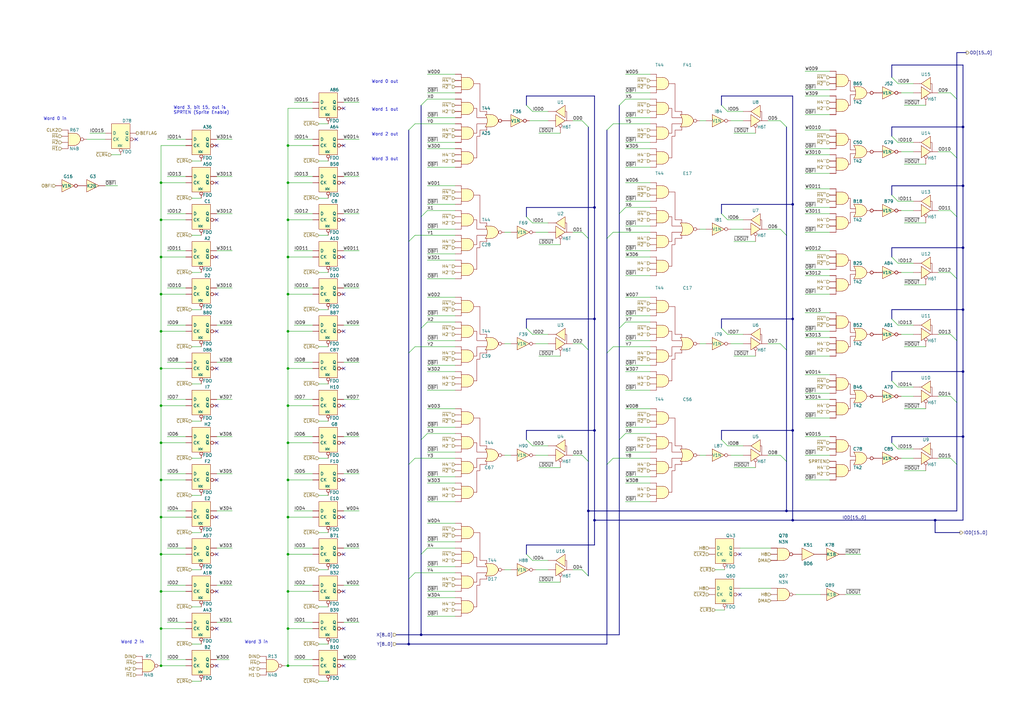
<source format=kicad_sch>
(kicad_sch (version 20231120) (generator "eeschema") (generator_version "8.0")
  (paper "A3")
  (title_block (title "Konami 007784") (date "2023-10-23"))
  (junction (at 66.04 181.61))
  (junction (at 394.97 127))
  (junction (at 243.84 85.09))
  (junction (at 394.97 76.2))
  (junction (at 118.11 166.37))
  (junction (at 66.04 242.57))
  (junction (at 383.54 213.36))
  (junction (at 322.58 209.55))
  (junction (at 118.11 105.41))
  (junction (at 241.3 209.55))
  (junction (at 66.04 257.81))
  (junction (at 66.04 212.09))
  (junction (at 394.97 152.4))
  (junction (at 66.04 196.85))
  (junction (at 243.84 130.81))
  (junction (at 325.12 130.81))
  (junction (at 66.04 90.17))
  (junction (at 394.97 52.07))
  (junction (at 325.12 213.36))
  (junction (at 118.11 242.57))
  (junction (at 243.84 213.36))
  (junction (at 118.11 74.93))
  (junction (at 118.11 273.05))
  (junction (at 118.11 196.85))
  (junction (at 66.04 227.33))
  (junction (at 118.11 212.09))
  (junction (at 118.11 227.33))
  (junction (at 394.97 101.6))
  (junction (at 66.04 135.89))
  (junction (at 118.11 120.65))
  (junction (at 66.04 166.37))
  (junction (at 394.97 179.07))
  (junction (at 325.12 176.53))
  (junction (at 243.84 176.53))
  (junction (at 66.04 74.93))
  (junction (at 66.04 105.41))
  (junction (at 172.72 260.35))
  (junction (at 118.11 257.81))
  (junction (at 118.11 151.13))
  (junction (at 118.11 135.89))
  (junction (at 167.64 264.16))
  (junction (at 66.04 151.13))
  (junction (at 66.04 120.65))
  (junction (at 118.11 90.17))
  (junction (at 66.04 273.05))
  (junction (at 325.12 83.82))
  (junction (at 118.11 181.61))
  (junction (at 118.11 59.69))
  (no_connect (at 140.97 242.57))
  (no_connect (at 140.97 44.45))
  (no_connect (at 88.9 196.85))
  (no_connect (at 140.97 120.65))
  (no_connect (at 88.9 59.69))
  (no_connect (at 88.9 212.09))
  (no_connect (at 140.97 74.93))
  (no_connect (at 88.9 181.61))
  (no_connect (at 88.9 135.89))
  (no_connect (at 140.97 135.89))
  (no_connect (at 140.97 212.09))
  (no_connect (at 88.9 105.41))
  (no_connect (at 303.53 243.84))
  (no_connect (at 140.97 181.61))
  (no_connect (at 88.9 257.81))
  (no_connect (at 88.9 273.05))
  (no_connect (at 140.97 166.37))
  (no_connect (at 88.9 74.93))
  (no_connect (at 88.9 227.33))
  (no_connect (at 140.97 59.69))
  (no_connect (at 55.88 57.15))
  (no_connect (at 140.97 90.17))
  (no_connect (at 140.97 151.13))
  (no_connect (at 140.97 273.05))
  (no_connect (at 140.97 196.85))
  (no_connect (at 88.9 90.17))
  (no_connect (at 88.9 166.37))
  (no_connect (at 303.53 227.33))
  (no_connect (at 140.97 227.33))
  (no_connect (at 88.9 242.57))
  (no_connect (at 140.97 257.81))
  (no_connect (at 140.97 105.41))
  (no_connect (at 88.9 151.13))
  (no_connect (at 88.9 120.65))
  (bus_entry (at 295.91 134.62) (size 2.54 2.54))
  (bus_entry (at 238.76 95.25) (size 2.54 2.54))
  (bus_entry (at 365.76 31.75) (size 2.54 2.54))
  (bus_entry (at 172.72 88.9) (size 2.54 -2.54))
  (bus_entry (at 167.64 53.34) (size 2.54 -2.54))
  (bus_entry (at 167.64 99.06) (size 2.54 -2.54))
  (bus_entry (at 172.72 227.33) (size 2.54 -2.54))
  (bus_entry (at 167.64 237.49) (size 2.54 -2.54))
  (bus_entry (at 295.91 87.63) (size 2.54 2.54))
  (bus_entry (at 389.89 62.23) (size 2.54 2.54))
  (bus_entry (at 389.89 187.96) (size 2.54 2.54))
  (bus_entry (at 320.04 49.53) (size 2.54 2.54))
  (bus_entry (at 167.64 190.5) (size 2.54 -2.54))
  (bus_entry (at 172.72 134.62) (size 2.54 -2.54))
  (bus_entry (at 389.89 162.56) (size 2.54 2.54))
  (bus_entry (at 389.89 111.76) (size 2.54 2.54))
  (bus_entry (at 295.91 43.18) (size 2.54 2.54))
  (bus_entry (at 389.89 137.16) (size 2.54 2.54))
  (bus_entry (at 167.64 144.78) (size 2.54 -2.54))
  (bus_entry (at 172.72 180.34) (size 2.54 -2.54))
  (bus_entry (at 365.76 80.01) (size 2.54 2.54))
  (bus_entry (at 248.92 97.79) (size 2.54 -2.54))
  (bus_entry (at 215.9 43.18) (size 2.54 2.54))
  (bus_entry (at 215.9 134.62) (size 2.54 2.54))
  (bus_entry (at 238.76 233.68) (size 2.54 2.54))
  (bus_entry (at 389.89 86.36) (size 2.54 2.54))
  (bus_entry (at 215.9 180.34) (size 2.54 2.54))
  (bus_entry (at 248.92 53.34) (size 2.54 -2.54))
  (bus_entry (at 238.76 186.69) (size 2.54 2.54))
  (bus_entry (at 365.76 55.88) (size 2.54 2.54))
  (bus_entry (at 295.91 180.34) (size 2.54 2.54))
  (bus_entry (at 215.9 227.33) (size 2.54 2.54))
  (bus_entry (at 365.76 130.81) (size 2.54 2.54))
  (bus_entry (at 238.76 49.53) (size 2.54 2.54))
  (bus_entry (at 238.76 140.97) (size 2.54 2.54))
  (bus_entry (at 254 134.62) (size 2.54 -2.54))
  (bus_entry (at 215.9 88.9) (size 2.54 2.54))
  (bus_entry (at 254 180.34) (size 2.54 -2.54))
  (bus_entry (at 248.92 190.5) (size 2.54 -2.54))
  (bus_entry (at 365.76 156.21) (size 2.54 2.54))
  (bus_entry (at 172.72 43.18) (size 2.54 -2.54))
  (bus_entry (at 365.76 105.41) (size 2.54 2.54))
  (bus_entry (at 254 87.63) (size 2.54 -2.54))
  (bus_entry (at 365.76 181.61) (size 2.54 2.54))
  (bus_entry (at 320.04 93.98) (size 2.54 2.54))
  (bus_entry (at 389.89 38.1) (size 2.54 2.54))
  (bus_entry (at 320.04 140.97) (size 2.54 2.54))
  (bus_entry (at 320.04 186.69) (size 2.54 2.54))
  (bus_entry (at 248.92 144.78) (size 2.54 -2.54))
  (bus_entry (at 254 43.18) (size 2.54 -2.54))
  (bus (pts (xy 392.43 114.3) (xy 392.43 139.7)))
  (wire (pts (xy 130.81 157.48) (xy 134.62 157.48)))
  (wire (pts (xy 175.26 160.02) (xy 186.69 160.02)))
  (wire (pts (xy 130.81 279.4) (xy 134.62 279.4)))
  (wire (pts (xy 88.9 240.03) (xy 95.25 240.03)))
  (wire (pts (xy 78.74 218.44) (xy 82.55 218.44)))
  (wire (pts (xy 293.37 233.68) (xy 297.18 233.68)))
  (wire (pts (xy 175.26 129.54) (xy 186.69 129.54)))
  (wire (pts (xy 220.98 238.76) (xy 229.87 238.76)))
  (bus (pts (xy 241.3 97.79) (xy 241.3 143.51)))
  (wire (pts (xy 256.54 167.64) (xy 266.7 167.64)))
  (bus (pts (xy 162.56 260.35) (xy 172.72 260.35)))
  (wire (pts (xy 330.2 113.03) (xy 340.36 113.03)))
  (wire (pts (xy 66.04 212.09) (xy 66.04 196.85)))
  (wire (pts (xy 130.81 218.44) (xy 134.62 218.44)))
  (wire (pts (xy 35.56 57.15) (xy 43.18 57.15)))
  (wire (pts (xy 330.2 186.69) (xy 340.36 186.69)))
  (bus (pts (xy 365.76 101.6) (xy 394.97 101.6)))
  (bus (pts (xy 172.72 134.62) (xy 172.72 180.34)))
  (bus (pts (xy 365.76 179.07) (xy 394.97 179.07)))
  (bus (pts (xy 248.92 264.16) (xy 248.92 190.5)))
  (wire (pts (xy 300.99 191.77) (xy 309.88 191.77)))
  (bus (pts (xy 243.84 130.81) (xy 243.84 85.09)))
  (wire (pts (xy 369.57 62.23) (xy 374.65 62.23)))
  (bus (pts (xy 394.97 179.07) (xy 394.97 213.36)))
  (wire (pts (xy 330.2 71.12) (xy 340.36 71.12)))
  (wire (pts (xy 298.45 182.88) (xy 304.8 182.88)))
  (wire (pts (xy 120.65 224.79) (xy 128.27 224.79)))
  (wire (pts (xy 330.2 120.65) (xy 340.36 120.65)))
  (wire (pts (xy 330.2 29.21) (xy 340.36 29.21)))
  (wire (pts (xy 219.71 140.97) (xy 224.79 140.97)))
  (wire (pts (xy 130.81 187.96) (xy 134.62 187.96)))
  (wire (pts (xy 330.2 171.45) (xy 340.36 171.45)))
  (wire (pts (xy 287.02 93.98) (xy 289.56 93.98)))
  (bus (pts (xy 392.43 64.77) (xy 392.43 88.9)))
  (wire (pts (xy 118.11 227.33) (xy 128.27 227.33)))
  (wire (pts (xy 251.46 95.25) (xy 266.7 95.25)))
  (wire (pts (xy 118.11 90.17) (xy 128.27 90.17)))
  (wire (pts (xy 234.95 95.25) (xy 238.76 95.25)))
  (bus (pts (xy 322.58 143.51) (xy 322.58 189.23)))
  (wire (pts (xy 66.04 90.17) (xy 76.2 90.17)))
  (wire (pts (xy 66.04 227.33) (xy 66.04 212.09)))
  (wire (pts (xy 300.99 54.61) (xy 309.88 54.61)))
  (wire (pts (xy 66.04 196.85) (xy 76.2 196.85)))
  (wire (pts (xy 346.71 227.33) (xy 353.06 227.33)))
  (wire (pts (xy 175.26 152.4) (xy 186.69 152.4)))
  (wire (pts (xy 175.26 175.26) (xy 186.69 175.26)))
  (wire (pts (xy 88.9 118.11) (xy 95.25 118.11)))
  (wire (pts (xy 120.65 72.39) (xy 128.27 72.39)))
  (wire (pts (xy 234.95 49.53) (xy 238.76 49.53)))
  (wire (pts (xy 66.04 257.81) (xy 66.04 242.57)))
  (bus (pts (xy 167.64 190.5) (xy 167.64 237.49)))
  (wire (pts (xy 130.81 111.76) (xy 134.62 111.76)))
  (wire (pts (xy 330.2 87.63) (xy 340.36 87.63)))
  (wire (pts (xy 120.65 41.91) (xy 128.27 41.91)))
  (wire (pts (xy 251.46 187.96) (xy 266.7 187.96)))
  (wire (pts (xy 330.2 138.43) (xy 340.36 138.43)))
  (bus (pts (xy 325.12 176.53) (xy 325.12 213.36)))
  (wire (pts (xy 368.3 58.42) (xy 374.65 58.42)))
  (wire (pts (xy 120.65 133.35) (xy 128.27 133.35)))
  (wire (pts (xy 369.57 162.56) (xy 374.65 162.56)))
  (bus (pts (xy 241.3 209.55) (xy 322.58 209.55)))
  (bus (pts (xy 325.12 130.81) (xy 295.91 130.81)))
  (wire (pts (xy 256.54 121.92) (xy 266.7 121.92)))
  (bus (pts (xy 322.58 96.52) (xy 322.58 143.51)))
  (wire (pts (xy 314.96 140.97) (xy 320.04 140.97)))
  (wire (pts (xy 118.11 212.09) (xy 128.27 212.09)))
  (wire (pts (xy 118.11 59.69) (xy 128.27 59.69)))
  (wire (pts (xy 118.11 90.17) (xy 118.11 74.93)))
  (bus (pts (xy 295.91 39.37) (xy 295.91 43.18)))
  (wire (pts (xy 256.54 149.86) (xy 266.7 149.86)))
  (bus (pts (xy 365.76 52.07) (xy 394.97 52.07)))
  (wire (pts (xy 330.2 102.87) (xy 340.36 102.87)))
  (wire (pts (xy 175.26 232.41) (xy 186.69 232.41)))
  (wire (pts (xy 256.54 113.03) (xy 266.7 113.03)))
  (wire (pts (xy 219.71 233.68) (xy 224.79 233.68)))
  (wire (pts (xy 78.74 172.72) (xy 82.55 172.72)))
  (wire (pts (xy 300.99 99.06) (xy 309.88 99.06)))
  (wire (pts (xy 68.58 179.07) (xy 76.2 179.07)))
  (wire (pts (xy 298.45 90.17) (xy 304.8 90.17)))
  (bus (pts (xy 394.97 127) (xy 394.97 152.4)))
  (bus (pts (xy 215.9 227.33) (xy 215.9 223.52)))
  (wire (pts (xy 68.58 194.31) (xy 76.2 194.31)))
  (wire (pts (xy 207.01 95.25) (xy 209.55 95.25)))
  (wire (pts (xy 36.83 54.61) (xy 43.18 54.61)))
  (wire (pts (xy 299.72 140.97) (xy 304.8 140.97)))
  (wire (pts (xy 140.97 255.27) (xy 147.32 255.27)))
  (wire (pts (xy 256.54 85.09) (xy 266.7 85.09)))
  (wire (pts (xy 218.44 45.72) (xy 224.79 45.72)))
  (bus (pts (xy 394.97 76.2) (xy 394.97 101.6)))
  (wire (pts (xy 130.81 248.92) (xy 134.62 248.92)))
  (wire (pts (xy 175.26 60.96) (xy 186.69 60.96)))
  (bus (pts (xy 254 134.62) (xy 254 180.34)))
  (bus (pts (xy 172.72 88.9) (xy 172.72 134.62)))
  (wire (pts (xy 118.11 181.61) (xy 118.11 166.37)))
  (wire (pts (xy 66.04 90.17) (xy 66.04 105.41)))
  (bus (pts (xy 254 180.34) (xy 254 260.35)))
  (wire (pts (xy 118.11 151.13) (xy 118.11 135.89)))
  (wire (pts (xy 175.26 139.7) (xy 186.69 139.7)))
  (wire (pts (xy 130.81 203.2) (xy 134.62 203.2)))
  (bus (pts (xy 392.43 21.59) (xy 396.24 21.59)))
  (bus (pts (xy 392.43 40.64) (xy 392.43 64.77)))
  (wire (pts (xy 120.65 194.31) (xy 128.27 194.31)))
  (bus (pts (xy 394.97 101.6) (xy 394.97 127)))
  (wire (pts (xy 66.04 212.09) (xy 76.2 212.09)))
  (wire (pts (xy 130.81 142.24) (xy 134.62 142.24)))
  (bus (pts (xy 322.58 189.23) (xy 322.58 209.55)))
  (wire (pts (xy 175.26 167.64) (xy 186.69 167.64)))
  (wire (pts (xy 88.9 72.39) (xy 95.25 72.39)))
  (wire (pts (xy 118.11 120.65) (xy 128.27 120.65)))
  (wire (pts (xy 118.11 74.93) (xy 128.27 74.93)))
  (wire (pts (xy 370.84 67.31) (xy 379.73 67.31)))
  (wire (pts (xy 170.18 96.52) (xy 186.69 96.52)))
  (wire (pts (xy 370.84 116.84) (xy 379.73 116.84)))
  (wire (pts (xy 220.98 54.61) (xy 229.87 54.61)))
  (wire (pts (xy 370.84 43.18) (xy 379.73 43.18)))
  (wire (pts (xy 330.2 153.67) (xy 340.36 153.67)))
  (wire (pts (xy 120.65 255.27) (xy 128.27 255.27)))
  (bus (pts (xy 392.43 21.59) (xy 392.43 40.64)))
  (bus (pts (xy 325.12 83.82) (xy 325.12 39.37)))
  (wire (pts (xy 120.65 240.03) (xy 128.27 240.03)))
  (wire (pts (xy 78.74 264.16) (xy 82.55 264.16)))
  (bus (pts (xy 215.9 223.52) (xy 243.84 223.52)))
  (wire (pts (xy 384.81 137.16) (xy 389.89 137.16)))
  (wire (pts (xy 66.04 105.41) (xy 76.2 105.41)))
  (wire (pts (xy 218.44 229.87) (xy 224.79 229.87)))
  (wire (pts (xy 170.18 50.8) (xy 186.69 50.8)))
  (wire (pts (xy 66.04 181.61) (xy 66.04 196.85)))
  (wire (pts (xy 256.54 60.96) (xy 266.7 60.96)))
  (wire (pts (xy 120.65 87.63) (xy 128.27 87.63)))
  (wire (pts (xy 219.71 186.69) (xy 224.79 186.69)))
  (wire (pts (xy 78.74 111.76) (xy 82.55 111.76)))
  (wire (pts (xy 256.54 82.55) (xy 266.7 82.55)))
  (wire (pts (xy 218.44 182.88) (xy 224.79 182.88)))
  (bus (pts (xy 241.3 143.51) (xy 241.3 189.23)))
  (wire (pts (xy 88.9 224.79) (xy 95.25 224.79)))
  (wire (pts (xy 118.11 59.69) (xy 118.11 44.45)))
  (bus (pts (xy 392.43 190.5) (xy 392.43 209.55)))
  (bus (pts (xy 241.3 52.07) (xy 241.3 97.79)))
  (bus (pts (xy 215.9 39.37) (xy 215.9 43.18)))
  (bus (pts (xy 325.12 213.36) (xy 383.54 213.36)))
  (wire (pts (xy 130.81 264.16) (xy 134.62 264.16)))
  (wire (pts (xy 251.46 50.8) (xy 266.7 50.8)))
  (wire (pts (xy 118.11 196.85) (xy 118.11 181.61)))
  (wire (pts (xy 120.65 57.15) (xy 128.27 57.15)))
  (wire (pts (xy 68.58 118.11) (xy 76.2 118.11)))
  (wire (pts (xy 299.72 49.53) (xy 304.8 49.53)))
  (wire (pts (xy 140.97 87.63) (xy 147.32 87.63)))
  (wire (pts (xy 118.11 105.41) (xy 118.11 90.17)))
  (wire (pts (xy 118.11 257.81) (xy 128.27 257.81)))
  (wire (pts (xy 175.26 76.2) (xy 186.69 76.2)))
  (wire (pts (xy 130.81 66.04) (xy 134.62 66.04)))
  (bus (pts (xy 394.97 152.4) (xy 365.76 152.4)))
  (wire (pts (xy 220.98 100.33) (xy 229.87 100.33)))
  (wire (pts (xy 256.54 92.71) (xy 266.7 92.71)))
  (wire (pts (xy 234.95 140.97) (xy 238.76 140.97)))
  (bus (pts (xy 172.72 180.34) (xy 172.72 227.33)))
  (wire (pts (xy 207.01 233.68) (xy 209.55 233.68)))
  (bus (pts (xy 215.9 176.53) (xy 215.9 180.34)))
  (wire (pts (xy 330.2 179.07) (xy 340.36 179.07)))
  (wire (pts (xy 330.2 95.25) (xy 340.36 95.25)))
  (wire (pts (xy 256.54 160.02) (xy 266.7 160.02)))
  (wire (pts (xy 330.2 110.49) (xy 340.36 110.49)))
  (wire (pts (xy 78.74 203.2) (xy 82.55 203.2)))
  (wire (pts (xy 68.58 87.63) (xy 76.2 87.63)))
  (bus (pts (xy 392.43 165.1) (xy 392.43 190.5)))
  (wire (pts (xy 175.26 252.73) (xy 186.69 252.73)))
  (wire (pts (xy 140.97 102.87) (xy 147.32 102.87)))
  (bus (pts (xy 325.12 176.53) (xy 325.12 130.81)))
  (wire (pts (xy 251.46 142.24) (xy 266.7 142.24)))
  (bus (pts (xy 325.12 83.82) (xy 295.91 83.82)))
  (bus (pts (xy 241.3 189.23) (xy 241.3 209.55)))
  (bus (pts (xy 383.54 218.44) (xy 393.7 218.44)))
  (bus (pts (xy 392.43 139.7) (xy 392.43 165.1)))
  (wire (pts (xy 120.65 209.55) (xy 128.27 209.55)))
  (wire (pts (xy 256.54 139.7) (xy 266.7 139.7)))
  (wire (pts (xy 88.9 102.87) (xy 95.25 102.87)))
  (wire (pts (xy 118.11 242.57) (xy 118.11 227.33)))
  (wire (pts (xy 314.96 49.53) (xy 320.04 49.53)))
  (wire (pts (xy 118.11 257.81) (xy 118.11 242.57)))
  (wire (pts (xy 66.04 257.81) (xy 76.2 257.81)))
  (wire (pts (xy 78.74 233.68) (xy 82.55 233.68)))
  (wire (pts (xy 175.26 224.79) (xy 186.69 224.79)))
  (bus (pts (xy 394.97 52.07) (xy 394.97 76.2)))
  (bus (pts (xy 243.84 176.53) (xy 243.84 130.81)))
  (wire (pts (xy 175.26 185.42) (xy 186.69 185.42)))
  (bus (pts (xy 365.76 105.41) (xy 365.76 101.6)))
  (wire (pts (xy 140.97 118.11) (xy 147.32 118.11)))
  (wire (pts (xy 256.54 185.42) (xy 266.7 185.42)))
  (wire (pts (xy 369.57 137.16) (xy 374.65 137.16)))
  (wire (pts (xy 384.81 86.36) (xy 389.89 86.36)))
  (bus (pts (xy 248.92 144.78) (xy 248.92 190.5)))
  (wire (pts (xy 207.01 140.97) (xy 209.55 140.97)))
  (wire (pts (xy 175.26 198.12) (xy 186.69 198.12)))
  (wire (pts (xy 140.97 72.39) (xy 147.32 72.39)))
  (wire (pts (xy 170.18 142.24) (xy 186.69 142.24)))
  (wire (pts (xy 118.11 120.65) (xy 118.11 105.41)))
  (wire (pts (xy 88.9 148.59) (xy 95.25 148.59)))
  (bus (pts (xy 394.97 179.07) (xy 394.97 152.4)))
  (bus (pts (xy 243.84 85.09) (xy 215.9 85.09)))
  (wire (pts (xy 118.11 151.13) (xy 128.27 151.13)))
  (wire (pts (xy 66.04 181.61) (xy 76.2 181.61)))
  (wire (pts (xy 256.54 105.41) (xy 266.7 105.41)))
  (wire (pts (xy 88.9 57.15) (xy 95.25 57.15)))
  (wire (pts (xy 175.26 242.57) (xy 186.69 242.57)))
  (wire (pts (xy 68.58 133.35) (xy 76.2 133.35)))
  (wire (pts (xy 78.74 187.96) (xy 82.55 187.96)))
  (wire (pts (xy 175.26 68.58) (xy 186.69 68.58)))
  (wire (pts (xy 330.2 53.34) (xy 340.36 53.34)))
  (bus (pts (xy 243.84 223.52) (xy 243.84 213.36)))
  (wire (pts (xy 175.26 38.1) (xy 186.69 38.1)))
  (wire (pts (xy 66.04 151.13) (xy 76.2 151.13)))
  (bus (pts (xy 243.84 213.36) (xy 325.12 213.36)))
  (wire (pts (xy 45.72 63.5) (xy 49.53 63.5)))
  (wire (pts (xy 175.26 149.86) (xy 186.69 149.86)))
  (wire (pts (xy 369.57 187.96) (xy 374.65 187.96)))
  (wire (pts (xy 88.9 270.51) (xy 93.98 270.51)))
  (wire (pts (xy 140.97 240.03) (xy 147.32 240.03)))
  (wire (pts (xy 118.11 273.05) (xy 118.11 257.81)))
  (bus (pts (xy 254 43.18) (xy 254 87.63)))
  (bus (pts (xy 365.76 31.75) (xy 365.76 26.67)))
  (wire (pts (xy 66.04 166.37) (xy 76.2 166.37)))
  (wire (pts (xy 207.01 186.69) (xy 209.55 186.69)))
  (bus (pts (xy 215.9 130.81) (xy 215.9 134.62)))
  (wire (pts (xy 256.54 152.4) (xy 266.7 152.4)))
  (wire (pts (xy 369.57 111.76) (xy 374.65 111.76)))
  (wire (pts (xy 256.54 102.87) (xy 266.7 102.87)))
  (wire (pts (xy 330.2 146.05) (xy 340.36 146.05)))
  (bus (pts (xy 248.92 53.34) (xy 248.92 97.79)))
  (wire (pts (xy 175.26 205.74) (xy 186.69 205.74)))
  (wire (pts (xy 66.04 273.05) (xy 66.04 257.81)))
  (wire (pts (xy 330.2 128.27) (xy 340.36 128.27)))
  (bus (pts (xy 394.97 26.67) (xy 394.97 52.07)))
  (wire (pts (xy 66.04 59.69) (xy 76.2 59.69)))
  (wire (pts (xy 175.26 177.8) (xy 186.69 177.8)))
  (wire (pts (xy 287.02 140.97) (xy 289.56 140.97)))
  (wire (pts (xy 118.11 74.93) (xy 118.11 59.69)))
  (wire (pts (xy 384.81 38.1) (xy 389.89 38.1)))
  (wire (pts (xy 66.04 74.93) (xy 76.2 74.93)))
  (wire (pts (xy 140.97 179.07) (xy 147.32 179.07)))
  (wire (pts (xy 175.26 93.98) (xy 186.69 93.98)))
  (wire (pts (xy 66.04 273.05) (xy 76.2 273.05)))
  (wire (pts (xy 78.74 157.48) (xy 82.55 157.48)))
  (wire (pts (xy 256.54 74.93) (xy 266.7 74.93)))
  (wire (pts (xy 66.04 166.37) (xy 66.04 181.61)))
  (bus (pts (xy 365.76 130.81) (xy 365.76 127)))
  (wire (pts (xy 234.95 233.68) (xy 238.76 233.68)))
  (wire (pts (xy 68.58 270.51) (xy 76.2 270.51)))
  (wire (pts (xy 120.65 118.11) (xy 128.27 118.11)))
  (wire (pts (xy 66.04 74.93) (xy 66.04 90.17)))
  (wire (pts (xy 293.37 250.19) (xy 297.18 250.19)))
  (wire (pts (xy 78.74 142.24) (xy 82.55 142.24)))
  (bus (pts (xy 215.9 85.09) (xy 215.9 88.9)))
  (wire (pts (xy 330.2 63.5) (xy 340.36 63.5)))
  (bus (pts (xy 248.92 97.79) (xy 248.92 144.78)))
  (wire (pts (xy 175.26 214.63) (xy 186.69 214.63)))
  (wire (pts (xy 140.97 148.59) (xy 147.32 148.59)))
  (wire (pts (xy 120.65 102.87) (xy 128.27 102.87)))
  (wire (pts (xy 234.95 186.69) (xy 238.76 186.69)))
  (bus (pts (xy 167.64 264.16) (xy 248.92 264.16)))
  (bus (pts (xy 172.72 260.35) (xy 254 260.35)))
  (wire (pts (xy 368.3 82.55) (xy 374.65 82.55)))
  (wire (pts (xy 300.99 146.05) (xy 309.88 146.05)))
  (bus (pts (xy 295.91 83.82) (xy 295.91 87.63)))
  (wire (pts (xy 330.2 196.85) (xy 340.36 196.85)))
  (wire (pts (xy 256.54 58.42) (xy 266.7 58.42)))
  (wire (pts (xy 256.54 40.64) (xy 266.7 40.64)))
  (bus (pts (xy 365.76 152.4) (xy 365.76 156.21)))
  (wire (pts (xy 78.74 248.92) (xy 82.55 248.92)))
  (bus (pts (xy 243.84 130.81) (xy 215.9 130.81)))
  (wire (pts (xy 314.96 93.98) (xy 320.04 93.98)))
  (wire (pts (xy 88.9 163.83) (xy 95.25 163.83)))
  (wire (pts (xy 175.26 132.08) (xy 186.69 132.08)))
  (wire (pts (xy 118.11 135.89) (xy 118.11 120.65)))
  (bus (pts (xy 243.84 213.36) (xy 243.84 176.53)))
  (bus (pts (xy 172.72 227.33) (xy 172.72 260.35)))
  (wire (pts (xy 170.18 187.96) (xy 186.69 187.96)))
  (wire (pts (xy 120.65 163.83) (xy 128.27 163.83)))
  (wire (pts (xy 66.04 242.57) (xy 76.2 242.57)))
  (wire (pts (xy 368.3 184.15) (xy 374.65 184.15)))
  (wire (pts (xy 88.9 87.63) (xy 95.25 87.63)))
  (wire (pts (xy 118.11 166.37) (xy 118.11 151.13)))
  (bus (pts (xy 295.91 180.34) (xy 295.91 176.53)))
  (wire (pts (xy 330.2 36.83) (xy 340.36 36.83)))
  (wire (pts (xy 118.11 196.85) (xy 128.27 196.85)))
  (wire (pts (xy 370.84 91.44) (xy 379.73 91.44)))
  (wire (pts (xy 68.58 148.59) (xy 76.2 148.59)))
  (wire (pts (xy 78.74 81.28) (xy 82.55 81.28)))
  (wire (pts (xy 68.58 224.79) (xy 76.2 224.79)))
  (wire (pts (xy 175.26 58.42) (xy 186.69 58.42)))
  (wire (pts (xy 118.11 105.41) (xy 128.27 105.41)))
  (wire (pts (xy 303.53 224.79) (xy 316.23 224.79)))
  (bus (pts (xy 365.76 181.61) (xy 365.76 179.07)))
  (wire (pts (xy 130.81 96.52) (xy 134.62 96.52)))
  (wire (pts (xy 346.71 243.84) (xy 353.06 243.84)))
  (wire (pts (xy 66.04 135.89) (xy 76.2 135.89)))
  (wire (pts (xy 384.81 62.23) (xy 389.89 62.23)))
  (wire (pts (xy 256.54 175.26) (xy 266.7 175.26)))
  (wire (pts (xy 170.18 234.95) (xy 186.69 234.95)))
  (wire (pts (xy 330.2 39.37) (xy 340.36 39.37)))
  (wire (pts (xy 369.57 38.1) (xy 374.65 38.1)))
  (wire (pts (xy 330.2 85.09) (xy 340.36 85.09)))
  (wire (pts (xy 256.54 177.8) (xy 266.7 177.8)))
  (wire (pts (xy 118.11 273.05) (xy 128.27 273.05)))
  (wire (pts (xy 369.57 86.36) (xy 374.65 86.36)))
  (wire (pts (xy 384.81 187.96) (xy 389.89 187.96)))
  (wire (pts (xy 43.18 76.2) (xy 48.26 76.2)))
  (wire (pts (xy 299.72 186.69) (xy 304.8 186.69)))
  (wire (pts (xy 140.97 163.83) (xy 147.32 163.83)))
  (wire (pts (xy 78.74 66.04) (xy 82.55 66.04)))
  (wire (pts (xy 66.04 135.89) (xy 66.04 151.13)))
  (wire (pts (xy 326.39 243.84) (xy 336.55 243.84)))
  (wire (pts (xy 298.45 137.16) (xy 304.8 137.16)))
  (wire (pts (xy 330.2 163.83) (xy 340.36 163.83)))
  (wire (pts (xy 384.81 111.76) (xy 389.89 111.76)))
  (bus (pts (xy 295.91 130.81) (xy 295.91 134.62)))
  (wire (pts (xy 118.11 166.37) (xy 128.27 166.37)))
  (bus (pts (xy 167.64 99.06) (xy 167.64 144.78)))
  (bus (pts (xy 167.64 144.78) (xy 167.64 190.5)))
  (wire (pts (xy 140.97 270.51) (xy 146.05 270.51)))
  (bus (pts (xy 325.12 83.82) (xy 325.12 130.81)))
  (wire (pts (xy 256.54 68.58) (xy 266.7 68.58)))
  (wire (pts (xy 175.26 40.64) (xy 186.69 40.64)))
  (wire (pts (xy 66.04 74.93) (xy 66.04 59.69)))
  (wire (pts (xy 140.97 209.55) (xy 147.32 209.55)))
  (wire (pts (xy 256.54 48.26) (xy 266.7 48.26)))
  (wire (pts (xy 130.81 233.68) (xy 134.62 233.68)))
  (bus (pts (xy 162.56 264.16) (xy 167.64 264.16)))
  (wire (pts (xy 88.9 179.07) (xy 95.25 179.07)))
  (bus (pts (xy 392.43 88.9) (xy 392.43 114.3)))
  (bus (pts (xy 365.76 55.88) (xy 365.76 52.07)))
  (wire (pts (xy 118.11 212.09) (xy 118.11 196.85)))
  (wire (pts (xy 368.3 133.35) (xy 374.65 133.35)))
  (wire (pts (xy 66.04 120.65) (xy 66.04 135.89)))
  (wire (pts (xy 330.2 161.29) (xy 340.36 161.29)))
  (wire (pts (xy 370.84 142.24) (xy 379.73 142.24)))
  (wire (pts (xy 256.54 195.58) (xy 266.7 195.58)))
  (bus (pts (xy 295.91 176.53) (xy 325.12 176.53)))
  (wire (pts (xy 76.2 227.33) (xy 66.04 227.33)))
  (wire (pts (xy 217.17 49.53) (xy 224.79 49.53)))
  (wire (pts (xy 299.72 93.98) (xy 304.8 93.98)))
  (wire (pts (xy 256.54 38.1) (xy 266.7 38.1)))
  (wire (pts (xy 256.54 132.08) (xy 266.7 132.08)))
  (wire (pts (xy 175.26 86.36) (xy 186.69 86.36)))
  (wire (pts (xy 330.2 46.99) (xy 340.36 46.99)))
  (wire (pts (xy 140.97 133.35) (xy 147.32 133.35)))
  (wire (pts (xy 88.9 194.31) (xy 95.25 194.31)))
  (wire (pts (xy 303.53 241.3) (xy 316.23 241.3)))
  (wire (pts (xy 314.96 186.69) (xy 320.04 186.69)))
  (wire (pts (xy 175.26 195.58) (xy 186.69 195.58)))
  (wire (pts (xy 118.11 227.33) (xy 118.11 212.09)))
  (wire (pts (xy 118.11 181.61) (xy 128.27 181.61)))
  (bus (pts (xy 365.76 26.67) (xy 394.97 26.67)))
  (wire (pts (xy 88.9 255.27) (xy 95.25 255.27)))
  (bus (pts (xy 254 87.63) (xy 254 134.62)))
  (wire (pts (xy 68.58 209.55) (xy 76.2 209.55)))
  (wire (pts (xy 78.74 279.4) (xy 82.55 279.4)))
  (wire (pts (xy 120.65 179.07) (xy 128.27 179.07)))
  (bus (pts (xy 365.76 76.2) (xy 394.97 76.2)))
  (wire (pts (xy 220.98 191.77) (xy 229.87 191.77)))
  (wire (pts (xy 118.11 242.57) (xy 128.27 242.57)))
  (wire (pts (xy 368.3 34.29) (xy 374.65 34.29)))
  (wire (pts (xy 175.26 114.3) (xy 186.69 114.3)))
  (bus (pts (xy 325.12 39.37) (xy 295.91 39.37)))
  (wire (pts (xy 370.84 193.04) (xy 379.73 193.04)))
  (wire (pts (xy 330.2 77.47) (xy 340.36 77.47)))
  (wire (pts (xy 287.02 186.69) (xy 289.56 186.69)))
  (wire (pts (xy 130.81 81.28) (xy 134.62 81.28)))
  (wire (pts (xy 330.2 135.89) (xy 340.36 135.89)))
  (wire (pts (xy 68.58 57.15) (xy 76.2 57.15)))
  (wire (pts (xy 130.81 50.8) (xy 134.62 50.8)))
  (bus (pts (xy 243.84 39.37) (xy 215.9 39.37)))
  (wire (pts (xy 140.97 57.15) (xy 147.32 57.15)))
  (wire (pts (xy 68.58 102.87) (xy 76.2 102.87)))
  (wire (pts (xy 140.97 194.31) (xy 147.32 194.31)))
  (wire (pts (xy 66.04 242.57) (xy 66.04 227.33)))
  (wire (pts (xy 175.26 30.48) (xy 186.69 30.48)))
  (wire (pts (xy 68.58 255.27) (xy 76.2 255.27)))
  (wire (pts (xy 66.04 151.13) (xy 66.04 166.37)))
  (wire (pts (xy 218.44 137.16) (xy 224.79 137.16)))
  (wire (pts (xy 120.65 270.51) (xy 128.27 270.51)))
  (bus (pts (xy 241.3 209.55) (xy 241.3 236.22)))
  (wire (pts (xy 175.26 83.82) (xy 186.69 83.82)))
  (wire (pts (xy 68.58 163.83) (xy 76.2 163.83)))
  (bus (pts (xy 365.76 80.01) (xy 365.76 76.2)))
  (wire (pts (xy 68.58 72.39) (xy 76.2 72.39)))
  (wire (pts (xy 175.26 121.92) (xy 186.69 121.92)))
  (wire (pts (xy 175.26 48.26) (xy 186.69 48.26)))
  (wire (pts (xy 78.74 96.52) (xy 82.55 96.52)))
  (wire (pts (xy 256.54 30.48) (xy 266.7 30.48)))
  (wire (pts (xy 130.81 172.72) (xy 134.62 172.72)))
  (wire (pts (xy 66.04 120.65) (xy 76.2 120.65)))
  (bus (pts (xy 167.64 53.34) (xy 167.64 99.06)))
  (bus (pts (xy 243.84 176.53) (xy 215.9 176.53)))
  (bus (pts (xy 383.54 213.36) (xy 383.54 218.44)))
  (wire (pts (xy 368.3 107.95) (xy 374.65 107.95)))
  (wire (pts (xy 256.54 129.54) (xy 266.7 129.54)))
  (wire (pts (xy 130.81 127) (xy 134.62 127)))
  (wire (pts (xy 220.98 146.05) (xy 229.87 146.05)))
  (wire (pts (xy 256.54 198.12) (xy 266.7 198.12)))
  (wire (pts (xy 219.71 95.25) (xy 224.79 95.25)))
  (bus (pts (xy 167.64 237.49) (xy 167.64 264.16)))
  (bus (pts (xy 243.84 85.09) (xy 243.84 39.37)))
  (wire (pts (xy 256.54 205.74) (xy 266.7 205.74)))
  (wire (pts (xy 68.58 240.03) (xy 76.2 240.03)))
  (wire (pts (xy 120.65 148.59) (xy 128.27 148.59)))
  (bus (pts (xy 383.54 213.36) (xy 394.97 213.36)))
  (bus (pts (xy 322.58 52.07) (xy 322.58 96.52)))
  (wire (pts (xy 175.26 222.25) (xy 186.69 222.25)))
  (wire (pts (xy 218.44 91.44) (xy 224.79 91.44)))
  (wire (pts (xy 118.11 135.89) (xy 128.27 135.89)))
  (wire (pts (xy 175.26 106.68) (xy 186.69 106.68)))
  (wire (pts (xy 368.3 158.75) (xy 374.65 158.75)))
  (wire (pts (xy 88.9 133.35) (xy 95.25 133.35)))
  (wire (pts (xy 287.02 49.53) (xy 289.56 49.53)))
  (wire (pts (xy 175.26 104.14) (xy 186.69 104.14)))
  (wire (pts (xy 330.2 60.96) (xy 340.36 60.96)))
  (wire (pts (xy 78.74 127) (xy 82.55 127)))
  (bus (pts (xy 172.72 43.18) (xy 172.72 88.9)))
  (wire (pts (xy 140.97 224.79) (xy 147.32 224.79)))
  (bus (pts (xy 365.76 127) (xy 394.97 127)))
  (wire (pts (xy 66.04 105.41) (xy 66.04 120.65)))
  (wire (pts (xy 88.9 209.55) (xy 95.25 209.55)))
  (bus (pts (xy 322.58 209.55) (xy 392.43 209.55)))
  (wire (pts (xy 116.84 273.05) (xy 118.11 273.05)))
  (wire (pts (xy 370.84 167.64) (xy 379.73 167.64)))
  (wire (pts (xy 140.97 41.91) (xy 147.32 41.91)))
  (wire (pts (xy 384.81 162.56) (xy 389.89 162.56)))
  (wire (pts (xy 175.26 245.11) (xy 186.69 245.11)))
  (wire (pts (xy 118.11 44.45) (xy 128.27 44.45)))
  (wire (pts (xy 298.45 45.72) (xy 304.8 45.72)))
  (text "Word 2 out" (at 152.4 55.88 0) (effects (font (size 1.27 1.27)) (justify left bottom)))
  (text "Word 1 out" (at 152.4 45.72 0) (effects (font (size 1.27 1.27)) (justify left bottom)))
  (text "Word 0 out" (at 152.4 34.29 0) (effects (font (size 1.27 1.27)) (justify left bottom)))
  (text "Word 2 in" (at 49.53 264.16 0) (effects (font (size 1.27 1.27)) (justify left bottom)))
  (text "Word 3, bit 15, out is\nSPRTEN (Sprite Enable)" (at 71.12 46.99 0) (effects (font (size 1.27 1.27)) (justify left bottom)))
  (text "Word 3 out" (at 152.4 66.04 0) (effects (font (size 1.27 1.27)) (justify left bottom)))
  (text "Word 3 in" (at 100.33 264.16 0) (effects (font (size 1.27 1.27)) (justify left bottom)))
  (text "Word 0 in" (at 17.78 49.53 0) (effects (font (size 1.27 1.27)) (justify left bottom)))
  (label "W3D13" (at 330.2 138.43 0))
  (label "~{OBFI}" (at 175.26 242.57 0))
  (label "W0D10" (at 147.32 118.11 180))
  (label "~{OBFI}" (at 256.54 82.55 0))
  (label "Y2" (at 175.26 142.24 0))
  (label "Y5" (at 256.54 50.8 0))
  (label "~{LDOUT}" (at 353.06 243.84 180))
  (label "W0D15" (at 147.32 41.91 180))
  (label "W3D13" (at 95.25 72.39 180))
  (label "IOD9" (at 368.3 34.29 0))
  (label "IOD6" (at 68.58 179.07 0))
  (label "IOD11" (at 120.65 102.87 0))
  (label "IOD12" (at 120.65 87.63 0))
  (label "IOD5" (at 120.65 194.31 0))
  (label "IOD5" (at 68.58 194.31 0))
  (label "~{OBFI}" (at 256.54 175.26 0))
  (label "W0D3" (at 175.26 167.64 0))
  (label "W0D11" (at 330.2 77.47 0))
  (label "~{OBFI}" (at 256.54 185.42 0))
  (label "~{OBFI}" (at 175.26 68.58 0))
  (label "W3D1" (at 95.25 255.27 180))
  (label "OD6" (at 314.96 93.98 0))
  (label "IOD1" (at 68.58 255.27 0))
  (label "~{OBFI}" (at 175.26 175.26 0))
  (label "OD11" (at 384.81 86.36 0))
  (label "W0D8" (at 147.32 148.59 180))
  (label "IOD8" (at 298.45 182.88 0))
  (label "IOD7" (at 68.58 163.83 0))
  (label "~{OBFI}" (at 175.26 160.02 0))
  (label "IOD3" (at 68.58 224.79 0))
  (label "~{LDOUT}" (at 220.98 146.05 0))
  (label "W3D8" (at 95.25 148.59 180))
  (label "W3D8" (at 256.54 198.12 0))
  (label "W0D1" (at 175.26 76.2 0))
  (label "IOD4" (at 68.58 209.55 0))
  (label "W0D11" (at 147.32 102.87 180))
  (label "W0D6" (at 147.32 179.07 180))
  (label "~{OBFI}" (at 175.26 38.1 0))
  (label "W0D1" (at 147.32 255.27 180))
  (label "IOD11" (at 68.58 102.87 0))
  (label "~{OBFI}" (at 175.26 104.14 0))
  (label "IOD14" (at 368.3 158.75 0))
  (label "W0D6" (at 256.54 74.93 0))
  (label "~{OBFI}" (at 330.2 71.12 0))
  (label "W3D6" (at 256.54 105.41 0))
  (label "~{OBFI}" (at 330.2 85.09 0))
  (label "~{OBFI}" (at 175.26 58.42 0))
  (label "X5" (at 256.54 40.64 0))
  (label "~{HDOUT}" (at 370.84 142.24 0))
  (label "~{OBFI}" (at 330.2 171.45 0))
  (label "~{HDOUT}" (at 370.84 43.18 0))
  (label "~{OBFI}" (at 256.54 102.87 0))
  (label "W0D2" (at 175.26 121.92 0))
  (label "W0D12" (at 330.2 102.87 0))
  (label "W0D2" (at 147.32 240.03 180))
  (label "~{OBFI}" (at 175.26 205.74 0))
  (label "IOD14" (at 120.65 57.15 0))
  (label "W0D0" (at 146.05 270.51 180))
  (label "~{OBFI}" (at 330.2 161.29 0))
  (label "IOD8" (at 68.58 148.59 0))
  (label "IOD4" (at 218.44 229.87 0))
  (label "IOD9" (at 120.65 133.35 0))
  (label "W3D14" (at 330.2 163.83 0))
  (label "W0D8" (at 256.54 167.64 0))
  (label "W0D9" (at 147.32 133.35 180))
  (label "X2" (at 175.26 132.08 0))
  (label "Y7" (at 256.54 142.24 0))
  (label "~{OBFI}" (at 175.26 139.7 0))
  (label "~{LDOUT}" (at 300.99 99.06 0))
  (label "~{OBFI}" (at 256.54 149.86 0))
  (label "X0" (at 175.26 40.64 0))
  (label "IOD10" (at 68.58 118.11 0))
  (label "~{LDOUT}" (at 220.98 54.61 0))
  (label "IOD7" (at 120.65 163.83 0))
  (label "IOD12" (at 68.58 87.63 0))
  (label "OD2" (at 234.95 140.97 0))
  (label "W3D4" (at 95.25 209.55 180))
  (label "OD10" (at 384.81 62.23 0))
  (label "~{OBFI}" (at 175.26 83.82 0))
  (label "~{OBFI}" (at 256.54 38.1 0))
  (label "~{OBFI}" (at 175.26 48.26 0))
  (label "~{LDOUT}" (at 220.98 191.77 0))
  (label "W3D12" (at 330.2 113.03 0))
  (label "~{OBFI}" (at 256.54 205.74 0))
  (label "W3D10" (at 330.2 63.5 0))
  (label "IOD3" (at 218.44 182.88 0))
  (label "~{OBFI}" (at 256.54 48.26 0))
  (label "OD12" (at 384.81 111.76 0))
  (label "Y8" (at 256.54 187.96 0))
  (label "OD4" (at 234.95 233.68 0))
  (label "~{OBFI}" (at 330.2 120.65 0))
  (label "W3D3" (at 95.25 224.79 180))
  (label "OD3" (at 234.95 186.69 0))
  (label "OD13" (at 384.81 137.16 0))
  (label "~{HDOUT}" (at 353.06 227.33 180))
  (label "IOD10" (at 120.65 118.11 0))
  (label "OD5" (at 314.96 49.53 0))
  (label "~{OBFI}" (at 256.54 92.71 0))
  (label "~{OBFI}" (at 175.26 185.42 0))
  (label "W3D2" (at 95.25 240.03 180))
  (label "OD15" (at 384.81 187.96 0))
  (label "~{OBFI}" (at 330.2 46.99 0))
  (label "IOD2" (at 120.65 240.03 0))
  (label "~{OBFI}" (at 175.26 222.25 0))
  (label "~{OBFI}" (at 175.26 252.73 0))
  (label "IOD3" (at 120.65 224.79 0))
  (label "IOD15" (at 36.83 54.61 0))
  (label "~{OBFI}" (at 175.26 149.86 0))
  (label "W0D12" (at 147.32 87.63 180))
  (label "~{OBFI}" (at 256.54 58.42 0))
  (label "W0D15" (at 330.2 179.07 0))
  (label "X3" (at 175.26 177.8 0))
  (label "W3D3" (at 175.26 198.12 0))
  (label "W0D14" (at 330.2 153.67 0))
  (label "~{HDOUT}" (at 370.84 116.84 0))
  (label "~{OBFI}" (at 43.18 76.2 0))
  (label "IOD8" (at 120.65 148.59 0))
  (label "~{OBFI}" (at 330.2 196.85 0))
  (label "Y0" (at 175.26 50.8 0))
  (label "OD14" (at 384.81 162.56 0))
  (label "X7" (at 256.54 132.08 0))
  (label "W0D13" (at 330.2 128.27 0))
  (label "IOD9" (at 68.58 133.35 0))
  (label "IOD7" (at 298.45 137.16 0))
  (label "IOD6" (at 120.65 179.07 0))
  (label "W3D6" (at 95.25 179.07 180))
  (label "X8" (at 256.54 177.8 0))
  (label "~{OBFI}" (at 256.54 139.7 0))
  (label "IOD0" (at 218.44 45.72 0))
  (label "IOD13" (at 120.65 72.39 0))
  (label "IOD5" (at 298.45 45.72 0))
  (label "W0D7" (at 147.32 163.83 180))
  (label "IOD15" (at 368.3 184.15 0))
  (label "~{OBFI}" (at 330.2 110.49 0))
  (label "W0D4" (at 147.32 209.55 180))
  (label "~{HDOUT}" (at 370.84 193.04 0))
  (label "Y1" (at 175.26 96.52 0))
  (label "W0D5" (at 147.32 194.31 180))
  (label "IOD11" (at 368.3 82.55 0))
  (label "W0D14" (at 147.32 57.15 180))
  (label "W3D9" (at 95.25 133.35 180))
  (label "OD7" (at 314.96 140.97 0))
  (label "W3D0" (at 93.98 270.51 180))
  (label "W3D7" (at 256.54 152.4 0))
  (label "W0D4" (at 175.26 214.63 0))
  (label "IOD4" (at 120.65 209.55 0))
  (label "IOD13" (at 368.3 133.35 0))
  (label "X4" (at 175.26 224.79 0))
  (label "IOD14" (at 68.58 57.15 0))
  (label "Y6" (at 256.54 95.25 0))
  (label "IOD6" (at 298.45 90.17 0))
  (label "W3D12" (at 95.25 87.63 180))
  (label "~{LDOUT}" (at 300.99 146.05 0))
  (label "~{OBFI}" (at 175.26 129.54 0))
  (label "~{OBFI}" (at 330.2 36.83 0))
  (label "~{OBFI}" (at 256.54 113.03 0))
  (label "~{OBFI}" (at 175.26 114.3 0))
  (label "W3D11" (at 95.25 102.87 180))
  (label "W3D1" (at 175.26 106.68 0))
  (label "~{HDOUT}" (at 300.99 191.77 0))
  (label "IOD1" (at 120.65 255.27 0))
  (label "IOD1" (at 218.44 91.44 0))
  (label "OD8" (at 314.96 186.69 0))
  (label "W0D7" (at 256.54 121.92 0))
  (label "~{OBFI}" (at 330.2 146.05 0))
  (label "OD9" (at 384.81 38.1 0))
  (label "X6" (at 256.54 85.09 0))
  (label "~{OBFI}" (at 330.2 135.89 0))
  (label "W0D3" (at 147.32 224.79 180))
  (label "~{LDOUT}" (at 220.98 238.76 0))
  (label "~{OBFI}" (at 330.2 95.25 0))
  (label "W3D2" (at 175.26 152.4 0))
  (label "Y3" (at 175.26 187.96 0))
  (label "W3D0" (at 175.26 60.96 0))
  (label "~{HDOUT}" (at 370.84 167.64 0))
  (label "~{OBFI}" (at 175.26 93.98 0))
  (label "IOD12" (at 368.3 107.95 0))
  (label "IOD0" (at 120.65 270.51 0))
  (label "OD0" (at 234.95 49.53 0))
  (label "IOD[15..0]" (at 345.44 213.36 0))
  (label "W3D5" (at 256.54 60.96 0))
  (label "W0D5" (at 256.54 30.48 0))
  (label "OD1" (at 234.95 95.25 0))
  (label "IOD10" (at 368.3 58.42 0))
  (label "IOD2" (at 68.58 240.03 0))
  (label "~{OBFI}" (at 330.2 60.96 0))
  (label "IOD15" (at 120.65 41.91 0))
  (label "IOD0" (at 68.58 270.51 0))
  (label "~{OBFI}" (at 256.54 68.58 0))
  (label "~{LDOUT}" (at 300.99 54.61 0))
  (label "IOD2" (at 218.44 137.16 0))
  (label "~{HDOUT}" (at 370.84 67.31 0))
  (label "W0D13" (at 147.32 72.39 180))
  (label "Y4" (at 175.26 234.95 0))
  (label "W3D7" (at 95.25 163.83 180))
  (label "W0D9" (at 330.2 29.21 0))
  (label "W3D10" (at 95.25 118.11 180))
  (label "W3D5" (at 95.25 194.31 180))
  (label "~{OBFI}" (at 175.26 195.58 0))
  (label "W3D11" (at 330.2 87.63 0))
  (label "W3D9" (at 330.2 39.37 0))
  (label "X1" (at 175.26 86.36 0))
  (label "~{OBFI}" (at 256.54 129.54 0))
  (label "~{OBFI}" (at 175.26 232.41 0))
  (label "IOD13" (at 68.58 72.39 0))
  (label "~{OBFI}" (at 256.54 160.02 0))
  (label "W3D14" (at 95.25 57.15 180))
  (label "~{LDOUT}" (at 220.98 100.33 0))
  (label "W0D0" (at 175.26 30.48 0))
  (label "~{OBFI}" (at 256.54 195.58 0))
  (label "~{HDOUT}" (at 370.84 91.44 0))
  (label "W0D10" (at 330.2 53.34 0))
  (label "W3D4" (at 175.26 245.11 0))
  (label "~{OBFI}" (at 330.2 186.69 0))
  (hierarchical_label "~{H2''}" (shape input) (at 340.36 107.95 180))
  (hierarchical_label "H2''" (shape input) (at 266.7 66.04 180))
  (hierarchical_label "~{CLR4}" (shape input) (at 78.74 172.72 180))
  (hierarchical_label "~{H4''}" (shape input) (at 266.7 43.18 180))
  (hierarchical_label "~{CLR4}" (shape input) (at 78.74 81.28 180))
  (hierarchical_label "H4''" (shape input) (at 186.69 144.78 180))
  (hierarchical_label "H1'" (shape input) (at 106.68 276.86 180))
  (hierarchical_label "~{H2''}" (shape input) (at 266.7 80.01 180))
  (hierarchical_label "~{H4''}" (shape input) (at 340.36 156.21 180))
  (hierarchical_label "~{CLR3}" (shape input) (at 293.37 250.19 180))
  (hierarchical_label "~{H2''}" (shape input) (at 186.69 240.03 180))
  (hierarchical_label "~{CLR4}" (shape input) (at 130.81 81.28 180))
  (hierarchical_label "~{H2''}" (shape input) (at 340.36 133.35 180))
  (hierarchical_label "H2''" (shape input) (at 186.69 182.88 180))
  (hierarchical_label "H2''" (shape input) (at 266.7 203.2 180))
  (hierarchical_label "~{H4''}" (shape input) (at 186.69 88.9 180))
  (hierarchical_label "~{H2''}" (shape input) (at 266.7 127 180))
  (hierarchical_label "~{CLR4}" (shape input) (at 78.74 96.52 180))
  (hierarchical_label "H2''" (shape input) (at 186.69 250.19 180))
  (hierarchical_label "H4''" (shape input) (at 266.7 107.95 180))
  (hierarchical_label "H4''" (shape input) (at 266.7 154.94 180))
  (hierarchical_label "~{H2''}" (shape input) (at 340.36 34.29 180))
  (hierarchical_label "DMA" (shape input) (at 316.23 246.38 180))
  (hierarchical_label "~{CLR4}" (shape input) (at 130.81 66.04 180))
  (hierarchical_label "~{H2''}" (shape input) (at 340.36 58.42 180))
  (hierarchical_label "~{H4}" (shape input) (at 25.4 55.88 180))
  (hierarchical_label "H4''" (shape input) (at 266.7 144.78 180))
  (hierarchical_label "H4''" (shape input) (at 186.69 154.94 180))
  (hierarchical_label "H2''" (shape input) (at 266.7 45.72 180))
  (hierarchical_label "~{H4''}" (shape input) (at 266.7 180.34 180))
  (hierarchical_label "~{H2''}" (shape input) (at 186.69 193.04 180))
  (hierarchical_label "~{CLR4}" (shape input) (at 130.81 111.76 180))
  (hierarchical_label "H8" (shape input) (at 316.23 227.33 180))
  (hierarchical_label "~{H2''}" (shape input) (at 186.69 101.6 180))
  (hierarchical_label "H8" (shape input) (at 290.83 241.3 180))
  (hierarchical_label "~{CLR4}" (shape input) (at 130.81 157.48 180))
  (hierarchical_label "H4''" (shape input) (at 340.36 166.37 180))
  (hierarchical_label "~{CLR4}" (shape input) (at 78.74 203.2 180))
  (hierarchical_label "H4''" (shape input) (at 340.36 90.17 180))
  (hierarchical_label "~{CLR4}" (shape input) (at 130.81 203.2 180))
  (hierarchical_label "~{H2''}" (shape input) (at 186.69 35.56 180))
  (hierarchical_label "~{H4''}" (shape input) (at 340.36 31.75 180))
  (hierarchical_label "H4''" (shape input) (at 186.69 99.06 180))
  (hierarchical_label "~{CLR4}" (shape input) (at 130.81 264.16 180))
  (hierarchical_label "~{CLR4}" (shape input) (at 130.81 233.68 180))
  (hierarchical_label "H2''" (shape input) (at 186.69 91.44 180))
  (hierarchical_label "~{H4''}" (shape input) (at 186.69 180.34 180))
  (hierarchical_label "~{H4''}" (shape input) (at 340.36 130.81 180))
  (hierarchical_label "~{H4''}" (shape input) (at 186.69 170.18 180))
  (hierarchical_label "~{H4''}" (shape input) (at 186.69 134.62 180))
  (hierarchical_label "~{CLR4}" (shape input) (at 130.81 218.44 180))
  (hierarchical_label "~{CLR4}" (shape input) (at 130.81 127 180))
  (hierarchical_label "~{CLR4}" (shape input) (at 78.74 264.16 180))
  (hierarchical_label "CLK2" (shape input) (at 25.4 53.34 180))
  (hierarchical_label "H2''" (shape input) (at 266.7 110.49 180))
  (hierarchical_label "~{H4''}" (shape input) (at 186.69 43.18 180))
  (hierarchical_label "~{CLR4}" (shape input) (at 78.74 248.92 180))
  (hierarchical_label "~{H4''}" (shape input) (at 186.69 217.17 180))
  (hierarchical_label "~{CLR4}" (shape input) (at 78.74 218.44 180))
  (hierarchical_label "~{H2''}" (shape input) (at 186.69 81.28 180))
  (hierarchical_label "H4''" (shape input) (at 186.69 200.66 180))
  (hierarchical_label "OBFI" (shape input) (at 22.86 76.2 180))
  (hierarchical_label "H4''" (shape input) (at 186.69 237.49 180))
  (hierarchical_label "H4''" (shape input) (at 186.69 53.34 180))
  (hierarchical_label "H2''" (shape input) (at 186.69 45.72 180))
  (hierarchical_label "X[8..0]" (shape input) (at 162.56 260.35 180))
  (hierarchical_label "H2''" (shape input) (at 340.36 68.58 180))
  (hierarchical_label "H2''" (shape input) (at 266.7 157.48 180))
  (hierarchical_label "H2''" (shape input) (at 340.36 44.45 180))
  (hierarchical_label "H2'" (shape input) (at 55.88 274.32 180))
  (hierarchical_label "~{CLR4}" (shape input) (at 130.81 187.96 180))
  (hierarchical_label "DIN" (shape input) (at 106.68 269.24 180))
  (hierarchical_label "H4''" (shape input) (at 266.7 97.79 180))
  (hierarchical_label "~{H1}" (shape input) (at 25.4 60.96 180))
  (hierarchical_label "IOD[15..0]" (shape output) (at 393.7 218.44 0))
  (hierarchical_label "~{CLR4}" (shape input) (at 130.81 96.52 180))
  (hierarchical_label "~{H4''}" (shape input) (at 340.36 105.41 180))
  (hierarchical_label "H4''" (shape input) (at 266.7 200.66 180))
  (hierarchical_label "H4''" (shape input) (at 266.7 53.34 180))
  (hierarchical_label "~{H1}" (shape input) (at 55.88 276.86 180))
  (hierarchical_label "H4''" (shape input) (at 186.69 63.5 180))
  (hierarchical_label "~{CLR4}" (shape input) (at 78.74 233.68 180))
  (hierarchical_label "~{H2''}" (shape input) (at 340.36 184.15 180))
  (hierarchical_label "~{H4''}" (shape input) (at 186.69 124.46 180))
  (hierarchical_label "H4''" (shape input) (at 186.69 109.22 180))
  (hierarchical_label "~{H2''}" (shape input) (at 186.69 172.72 180))
  (hierarchical_label "~{H2''}" (shape input) (at 340.36 82.55 180))
  (hierarchical_label "~{H4''}" (shape input) (at 266.7 170.18 180))
  (hierarchical_label "DMA" (shape input) (at 316.23 229.87 180))
  (hierarchical_label "H2''" (shape input) (at 186.69 203.2 180))
  (hierarchical_label "~{H4''}" (shape input) (at 266.7 124.46 180))
  (hierarchical_label "H4''" (shape input) (at 340.36 191.77 180))
  (hierarchical_label "H2''" (shape input) (at 340.36 143.51 180))
  (hierarchical_label "Y[8..0]" (shape input) (at 162.56 264.16 180))
  (hierarchical_label "~{CLR4}" (shape input) (at 130.81 248.92 180))
  (hierarchical_label "H2''" (shape input) (at 186.69 229.87 180))
  (hierarchical_label "H2''" (shape input) (at 266.7 182.88 180))
  (hierarchical_label "~{CLR4}" (shape input) (at 78.74 279.4 180))
  (hierarchical_label "BEFLAG" (shape output) (at 55.88 54.61 0))
  (hierarchical_label "~{H4''}" (shape input) (at 266.7 134.62 180))
  (hierarchical_label "~{CLR4}" (shape input) (at 78.74 142.24 180))
  (hierarchical_label "~{CLR4}" (shape input) (at 130.81 172.72 180))
  (hierarchical_label "~{CLK2}" (shape input) (at 290.83 243.84 180))
  (hierarchical_label "SPRTEN" (shape input) (at 340.36 189.23 180))
  (hierarchical_label "~{H2''}" (shape input) (at 186.69 55.88 180))
  (hierarchical_label "H4''" (shape input) (at 186.69 247.65 180))
  (hierarchical_label "~{H2''}" (shape input) (at 266.7 193.04 180))
  (hierarchical_label "~{H4''}" (shape input) (at 340.36 80.01 180))
  (hierarchical_label "H4''" (shape input) (at 340.36 115.57 180))
  (hierarchical_label "~{H4''}" (shape input) (at 186.69 227.33 180))
  (hierarchical_label "~{CLR4}" (shape input) (at 78.74 127 180))
  (hierarchical_label "H2''" (shape input) (at 186.69 111.76 180))
  (hierarchical_label "~{H2''}" (shape input) (at 266.7 35.56 180))
  (hierarchical_label "~{CLR4}" (shape input) (at 130.81 279.4 180))
  (hierarchical_label "H8" (shape input) (at 290.83 224.79 180))
  (hierarchical_label "~{H2''}" (shape input) (at 266.7 100.33 180))
  (hierarchical_label "H4''" (shape input) (at 340.36 41.91 180))
  (hierarchical_label "~{H4''}" (shape input) (at 340.36 181.61 180))
  (hierarchical_label "~{CLR3}" (shape input) (at 293.37 233.68 180))
  (hierarchical_label "~{CLR4}" (shape input) (at 78.74 111.76 180))
  (hierarchical_label "H2'" (shape input) (at 106.68 274.32 180))
  (hierarchical_label "~{H2''}" (shape input) (at 266.7 172.72 180))
  (hierarchical_label "~{H4''}" (shape input) (at 186.69 78.74 180))
  (hierarchical_label "H4''" (shape input) (at 186.69 190.5 180))
  (hierarchical_label "H2''" (shape input) (at 266.7 90.17 180))
  (hierarchical_label "H2''" (shape input) (at 186.69 66.04 180))
  (hierarchical_label "H4''" (shape input) (at 266.7 63.5 180))
  (hierarchical_label "~{H2''}" (shape input) (at 266.7 147.32 180))
  (hierarchical_label "~{CLR4}" (shape input) (at 78.74 66.04 180))
  (hierarchical_label "~{H4''}" (shape input) (at 186.69 33.02 180))
  (hierarchical_label "H8" (shape input) (at 316.23 243.84 180))
  (hierarchical_label "H2''" (shape input) (at 340.36 92.71 180))
  (hierarchical_label "~{H4''}" (shape input) (at 266.7 33.02 180))
  (hierarchical_label "~{H4}" (shape input) (at 106.68 271.78 180))
  (hierarchical_label "H2''" (shape input) (at 340.36 194.31 180))
  (hierarchical_label "~{H4}" (shape input) (at 55.88 271.78 180))
  (hierarchical_label "H2''" (shape input) (at 340.36 168.91 180))
  (hierarchical_label "H4''" (shape input) (at 340.36 140.97 180))
  (hierarchical_label "DIN" (shape input) (at 55.88 269.24 180))
  (hierarchical_label "H2''" (shape input) (at 186.69 157.48 180))
  (hierarchical_label "~{CLR4}" (shape input) (at 130.81 50.8 180))
  (hierarchical_label "~{CLR4}" (shape input) (at 45.72 63.5 180))
  (hierarchical_label "~{H4''}" (shape input) (at 266.7 77.47 180))
  (hierarchical_label "~{CLR4}" (shape input) (at 78.74 187.96 180))
  (hierarchical_label "H4''" (shape input) (at 266.7 190.5 180))
  (hierarchical_label "H2''" (shape input) (at 266.7 137.16 180))
  (hierarchical_label "~{H2}" (shape input) (at 25.4 58.42 180))
  (hierarchical_label "~{CLR4}" (shape input) (at 130.81 142.24 180))
  (hierarchical_label "~{H2''}" (shape input) (at 186.69 219.71 180))
  (hierarchical_label "H4''" (shape input) (at 340.36 66.04 180))
  (hierarchical_label "OD[15..0]" (shape output) (at 396.24 21.59 0))
  (hierarchical_label "~{H4''}" (shape input) (at 340.36 55.88 180))
  (hierarchical_label "~{H2''}" (shape input) (at 340.36 158.75 180))
  (hierarchical_label "H2''" (shape input) (at 340.36 118.11 180))
  (hierarchical_label "~{H2''}" (shape input) (at 186.69 127 180))
  (hierarchical_label "~{H2''}" (shape input) (at 266.7 55.88 180))
  (hierarchical_label "~{H2''}" (shape input) (at 186.69 147.32 180))
  (hierarchical_label "~{CLK2}" (shape input) (at 290.83 227.33 180))
  (hierarchical_label "~{CLR4}" (shape input) (at 78.74 157.48 180))
  (hierarchical_label "H2''" (shape input) (at 186.69 137.16 180))
  (hierarchical_label "~{H4''}" (shape input) (at 266.7 87.63 180))
  (symbol (lib_id "ga_fujitsu_av:V1N") (at 294.64 49.53 0) (unit 1)
    (property "Reference" "I84" (at 294.64 45.72 0))
    (property "Value" "V1N" (at 294.0109 49.5471 0))
  )
  (symbol (lib_id "ga_fujitsu_av:V1N") (at 364.49 111.76 0) (unit 1)
    (property "Reference" "A84" (at 364.49 107.95 0))
    (property "Value" "V1N" (at 363.8609 111.7771 0))
  )
  (symbol (lib_id "ga_fujitsu_av:H6T") (at 379.73 137.16 0) (unit 1)
    (property "Reference" "U11" (at 379.73 129.54 0))
    (property "Value" "H6T" (at 382.27 139.7 0))
  )
  (symbol (lib_id "ga_fujitsu_av:V1N") (at 294.64 140.97 0) (unit 1)
    (property "Reference" "I79" (at 294.64 137.16 0))
    (property "Value" "V1N" (at 294.0109 140.9871 0))
  )
  (symbol (lib_id "ga_fujitsu_av:FDO") (at 134.62 256.54 0) (unit 1)
    (property "Reference" "B39" (at 137.16 250.19 0))
    (property "Value" "FDO" (at 137.16 262.89 0))
  )
  (symbol (lib_id "ga_fujitsu_av:FDO") (at 82.55 88.9 0) (unit 1)
    (property "Reference" "C1" (at 85.09 82.55 0))
    (property "Value" "FDO" (at 85.09 95.25 0))
  )
  (symbol (lib_id "ga_fujitsu_av:T44") (at 196.85 233.68 0) (unit 1)
    (property "Reference" "D17" (at 201.93 237.49 0))
    (property "Value" "T44" (at 201.93 229.87 0))
  )
  (symbol (lib_id "ga_fujitsu_av:FDO") (at 134.62 210.82 0) (unit 1)
    (property "Reference" "E10" (at 137.16 204.47 0))
    (property "Value" "FDO" (at 137.16 217.17 0))
  )
  (symbol (lib_id "ga_fujitsu_av:FDO") (at 82.55 256.54 0) (unit 1)
    (property "Reference" "A43" (at 85.09 250.19 0))
    (property "Value" "FDO" (at 85.09 262.89 0))
  )
  (symbol (lib_id "ga_fujitsu_av:H6T") (at 379.73 38.1 0) (unit 1)
    (property "Reference" "U15" (at 379.73 30.48 0))
    (property "Value" "H6T" (at 382.27 40.64 0))
  )
  (symbol (lib_id "ga_fujitsu_av:T44") (at 196.85 186.69 0) (unit 1)
    (property "Reference" "C67" (at 200.66 191.77 0))
    (property "Value" "T44" (at 200.66 181.61 0))
  )
  (symbol (lib_id "ga_fujitsu_av:FDO") (at 134.62 58.42 0) (unit 1)
    (property "Reference" "A64" (at 137.16 52.07 0))
    (property "Value" "FDO" (at 137.16 64.77 0))
  )
  (symbol (lib_id "ga_fujitsu_av:FDO") (at 82.55 119.38 0) (unit 1)
    (property "Reference" "D2" (at 85.09 113.03 0))
    (property "Value" "FDO" (at 85.09 125.73 0))
  )
  (symbol (lib_id "ga_fujitsu_av:T42") (at 349.25 187.96 0) (unit 1)
    (property "Reference" "C78" (at 351.79 184.15 0))
    (property "Value" "T42" (at 351.79 191.77 0))
  )
  (symbol (lib_id "ga_fujitsu_av:K1B") (at 341.63 227.33 0) (unit 1)
    (property "Reference" "K78" (at 340.36 223.52 0))
    (property "Value" "K1B" (at 340.9888 227.3598 0))
  )
  (symbol (lib_id "ga_fujitsu_av:FDO") (at 82.55 271.78 0) (unit 1)
    (property "Reference" "B2" (at 85.09 265.43 0))
    (property "Value" "FDO" (at 85.09 278.13 0))
  )
  (symbol (lib_id "ga_fujitsu_av:FDO") (at 134.62 73.66 0) (unit 1)
    (property "Reference" "B58" (at 137.16 67.31 0))
    (property "Value" "FDO" (at 137.16 80.01 0))
  )
  (symbol (lib_id "ga_fujitsu_av:N4B") (at 60.96 273.05 0) (unit 1)
    (property "Reference" "R7" (at 60.96 269.24 0))
    (property "Value" "N4B" (at 60.96 276.86 0))
  )
  (symbol (lib_id "ga_fujitsu_av:H6T") (at 229.87 186.69 0) (unit 1)
    (property "Reference" "U4" (at 229.87 179.07 0))
    (property "Value" "H6T" (at 232.41 189.23 0))
  )
  (symbol (lib_id "ga_fujitsu_av:FDO") (at 134.62 271.78 0) (unit 1)
    (property "Reference" "B10" (at 137.16 265.43 0))
    (property "Value" "FDO" (at 137.16 278.13 0))
  )
  (symbol (lib_id "ga_fujitsu_av:T42") (at 349.25 162.56 0) (unit 1)
    (property "Reference" "B46" (at 351.79 158.75 0))
    (property "Value" "T42" (at 351.79 166.37 0))
  )
  (symbol (lib_id "ga_fujitsu_av:K2B") (at 38.1 76.2 0) (unit 1)
    (property "Reference" "G3" (at 38.1 72.39 0))
    (property "Value" "K2B" (at 37.5465 76.2832 0))
  )
  (symbol (lib_id "ga_fujitsu_av:FDO") (at 297.18 226.06 0) (unit 1)
    (property "Reference" "Q43" (at 299.72 219.71 0))
    (property "Value" "FDO" (at 299.72 232.41 0))
  )
  (symbol (lib_id "ga_fujitsu_av:FDO") (at 82.55 165.1 0) (unit 1)
    (property "Reference" "I7" (at 85.09 158.75 0))
    (property "Value" "FDO" (at 85.09 171.45 0))
  )
  (symbol (lib_id "ga_fujitsu_av:H6T") (at 379.73 111.76 0) (unit 1)
    (property "Reference" "U12" (at 379.73 104.14 0))
    (property "Value" "H6T" (at 382.27 114.3 0))
  )
  (symbol (lib_id "ga_fujitsu_av:V1N") (at 364.49 162.56 0) (unit 1)
    (property "Reference" "A79" (at 364.49 158.75 0))
    (property "Value" "V1N" (at 363.8609 162.5771 0))
  )
  (symbol (lib_id "ga_fujitsu_av:K1B") (at 341.63 243.84 0) (unit 1)
    (property "Reference" "Q89" (at 340.36 240.03 0))
    (property "Value" "K1B" (at 340.9888 243.8698 0))
  )
  (symbol (lib_id "ga_fujitsu_av:FDO") (at 82.55 195.58 0) (unit 1)
    (property "Reference" "F2" (at 85.09 189.23 0))
    (property "Value" "FDO" (at 85.09 201.93 0))
  )
  (symbol (lib_id "ga_fujitsu_av:V1N") (at 214.63 186.69 0) (unit 1)
    (property "Reference" "H90" (at 214.63 182.88 0))
    (property "Value" "V1N" (at 214.0009 186.7071 0))
  )
  (symbol (lib_id "ga_fujitsu_av:T44") (at 276.86 140.97 0) (unit 1)
    (property "Reference" "C17" (at 281.94 118.11 0))
    (property "Value" "T44" (at 270.51 118.11 0))
  )
  (symbol (lib_id "ga_fujitsu_av:H6T") (at 379.73 162.56 0) (unit 1)
    (property "Reference" "U10" (at 379.73 154.94 0))
    (property "Value" "H6T" (at 382.27 165.1 0))
  )
  (symbol (lib_id "ga_fujitsu_av:V1N") (at 214.63 95.25 0) (unit 1)
    (property "Reference" "F69" (at 214.63 91.44 0))
    (property "Value" "V1N" (at 214.0009 95.2671 0))
  )
  (symbol (lib_id "ga_fujitsu_av:FDO") (at 82.55 58.42 0) (unit 1)
    (property "Reference" "A36" (at 85.09 52.07 0))
    (property "Value" "FDO" (at 85.09 64.77 0))
  )
  (symbol (lib_id "ga_fujitsu_av:H6T") (at 229.87 49.53 0) (unit 1)
    (property "Reference" "U1" (at 229.87 41.91 0))
    (property "Value" "H6T" (at 232.41 52.07 0))
  )
  (symbol (lib_id "ga_fujitsu_av:FDO") (at 82.55 241.3 0) (unit 1)
    (property "Reference" "A18" (at 85.09 234.95 0))
    (property "Value" "FDO" (at 85.09 247.65 0))
  )
  (symbol (lib_id "ga_fujitsu_av:T42") (at 349.25 137.16 0) (unit 1)
    (property "Reference" "B52" (at 351.79 133.35 0))
    (property "Value" "T42" (at 351.79 140.97 0))
  )
  (symbol (lib_id "ga_fujitsu_av:FDO") (at 49.53 55.88 0) (unit 1)
    (property "Reference" "D78" (at 52.07 49.53 0))
    (property "Value" "FDO" (at 52.07 62.23 0))
  )
  (symbol (lib_id "ga_fujitsu_av:T44") (at 196.85 95.25 0) (unit 1)
    (property "Reference" "C28" (at 199.39 100.33 0))
    (property "Value" "T44" (at 199.39 90.17 0))
  )
  (symbol (lib_id "ga_fujitsu_av:V1N") (at 364.49 86.36 0) (unit 1)
    (property "Reference" "B79" (at 364.49 82.55 0))
    (property "Value" "V1N" (at 363.8609 86.3771 0))
  )
  (symbol (lib_id "ga_fujitsu_av:T42") (at 349.25 111.76 0) (unit 1)
    (property "Reference" "B25" (at 351.79 107.95 0))
    (property "Value" "T42" (at 351.79 115.57 0))
  )
  (symbol (lib_id "ga_fujitsu_av:FDO") (at 134.62 88.9 0) (unit 1)
    (property "Reference" "C8" (at 137.16 82.55 0))
    (property "Value" "FDO" (at 137.16 95.25 0))
  )
  (symbol (lib_id "ga_fujitsu_av:H6T") (at 229.87 95.25 0) (unit 1)
    (property "Reference" "U2" (at 229.87 87.63 0))
    (property "Value" "H6T" (at 232.41 97.79 0))
  )
  (symbol (lib_id "ga_fujitsu_av:FDO") (at 134.62 165.1 0) (unit 1)
    (property "Reference" "H10" (at 137.16 158.75 0))
    (property "Value" "FDO" (at 137.16 171.45 0))
  )
  (symbol (lib_id "ga_fujitsu_av:V1N") (at 294.64 93.98 0) (unit 1)
    (property "Reference" "I81" (at 294.64 90.17 0))
    (property "Value" "V1N" (at 294.0109 93.9971 0))
  )
  (symbol (lib_id "ga_fujitsu_av:FDO") (at 134.62 180.34 0) (unit 1)
    (property "Reference" "G8" (at 137.16 173.99 0))
    (property "Value" "FDO" (at 137.16 186.69 0))
  )
  (symbol (lib_id "ga_fujitsu_av:V1N") (at 27.94 76.2 0) (unit 1)
    (property "Reference" "G16" (at 27.94 72.39 0))
    (property "Value" "V1N" (at 27.3109 76.2171 0))
  )
  (symbol (lib_id "ga_fujitsu_av:H6T") (at 379.73 62.23 0) (unit 1)
    (property "Reference" "U14" (at 379.73 54.61 0))
    (property "Value" "H6T" (at 382.27 64.77 0))
  )
  (symbol (lib_id "ga_fujitsu_av:T44") (at 196.85 49.53 0) (unit 1)
    (property "Reference" "A25" (at 199.39 54.61 0))
    (property "Value" "T44" (at 199.39 44.45 0))
  )
  (symbol (lib_id "ga_fujitsu_av:FDO") (at 82.55 149.86 0) (unit 1)
    (property "Reference" "D86" (at 85.09 143.51 0))
    (property "Value" "FDO" (at 85.09 156.21 0))
  )
  (symbol (lib_id "ga_fujitsu_av:T44") (at 276.86 186.69 0) (unit 1)
    (property "Reference" "C56" (at 281.94 163.83 0))
    (property "Value" "T44" (at 270.51 163.83 0))
  )
  (symbol (lib_id "ga_fujitsu_av:V1N") (at 294.64 186.69 0) (unit 1)
    (property "Reference" "L87" (at 294.64 182.88 0))
    (property "Value" "V1N" (at 294.0109 186.7071 0))
  )
  (symbol (lib_id "ga_fujitsu_av:T42") (at 349.25 86.36 0) (unit 1)
    (property "Reference" "B18" (at 351.79 82.55 0))
    (property "Value" "T42" (at 351.79 90.17 0))
  )
  (symbol (lib_id "ga_fujitsu_av:N3N") (at 321.31 243.84 0) (unit 1)
    (property "Reference" "Q67" (at 321.31 236.22 0))
    (property "Value" "N3N" (at 321.31 238.76 0))
  )
  (symbol (lib_id "ga_fujitsu_av:FDO") (at 134.62 43.18 0) (unit 1)
    (property "Reference" "A86" (at 137.16 36.83 0))
    (property "Value" "FDO" (at 137.16 49.53 0))
  )
  (symbol (lib_id "ga_fujitsu_av:T42") (at 349.25 38.1 0) (unit 1)
    (property "Reference" "B65" (at 351.79 34.29 0))
    (property "Value" "T42" (at 351.79 41.91 0))
  )
  (symbol (lib_id "ga_fujitsu_av:FDO") (at 82.55 180.34 0) (unit 1)
    (property "Reference" "H2" (at 85.09 173.99 0))
    (property "Value" "FDO" (at 85.09 186.69 0))
  )
  (symbol (lib_id "ga_fujitsu_av:FDO") (at 82.55 226.06 0) (unit 1)
    (property "Reference" "A57" (at 85.09 219.71 0))
    (property "Value" "FDO" (at 85.09 232.41 0))
  )
  (symbol (lib_id "ga_fujitsu_av:N4B") (at 111.76 273.05 0) (unit 1)
    (property "Reference" "R13" (at 111.76 269.24 0))
    (property "Value" "N4B" (at 111.76 276.86 0))
  )
  (symbol (lib_id "ga_fujitsu_av:H6T") (at 309.88 93.98 0) (unit 1)
    (property "Reference" "U7" (at 309.88 86.36 0))
    (property "Value" "H6T" (at 312.42 96.52 0))
  )
  (symbol (lib_id "ga_fujitsu_av:V1N") (at 214.63 233.68 0) (unit 1)
    (property "Reference" "H88" (at 214.63 229.87 0))
    (property "Value" "V1N" (at 214.0009 233.6971 0))
  )
  (symbol (lib_id "ga_fujitsu_av:H6T") (at 379.73 86.36 0) (unit 1)
    (property "Reference" "U13" (at 379.73 78.74 0))
    (property "Value" "H6T" (at 382.27 88.9 0))
  )
  (symbol (lib_id "ga_fujitsu_av:H6T") (at 379.73 187.96 0) (unit 1)
    (property "Reference" "U9" (at 379.73 180.34 0))
    (property "Value" "H6T" (at 382.27 190.5 0))
  )
  (symbol (lib_id "ga_fujitsu_av:BD6") (at 331.47 227.33 0) (unit 1)
    (property "Reference" "K51" (at 331.47 223.52 0))
    (property "Value" "BD6" (at 331.47 231.14 0))
  )
  (symbol (lib_id "ga_fujitsu_av:FDO") (at 134.62 226.06 0) (unit 1)
    (property "Reference" "B71" (at 137.16 219.71 0))
    (property "Value" "FDO" (at 137.16 232.41 0))
  )
  (symbol (lib_id "ga_fujitsu_av:FDO") (at 134.62 119.38 0) (unit 1)
    (property "Reference" "D10" (at 137.16 113.03 0))
    (property "Value" "FDO" (at 137.16 125.73 0))
  )
  (symbol (lib_id "ga_fujitsu_av:FDO") (at 134.62 195.58 0) (unit 1)
    (property "Reference" "F10" (at 137.16 189.23 0))
    (property "Value" "FDO" (at 137.16 201.93 0))
  )
  (symbol (lib_id "ga_fujitsu_av:FDO") (at 82.55 73.66 0) (unit 1)
    (property "Reference" "A50" (at 85.09 67.31 0))
    (property "Value" "FDO" (at 85.09 80.01 0))
  )
  (symbol (lib_id "ga_fujitsu_av:H6T") (at 309.88 186.69 0) (unit 1)
    (property "Reference" "U5" (at 309.88 179.07 0))
    (property "Value" "H6T" (at 312.42 189.23 0))
  )
  (symbol (lib_id "ga_fujitsu_av:FDO") (at 134.62 149.86 0) (unit 1)
    (property "Reference" "C87" (at 137.16 143.51 0))
    (property "Value" "FDO" (at 137.16 156.21 0))
  )
  (symbol (lib_id "ga_fujitsu_av:FDO") (at 82.55 134.62 0) (unit 1)
    (property "Reference" "B80" (at 85.09 128.27 0))
    (property "Value" "FDO" (at 85.09 140.97 0))
  )
  (symbol (lib_id "ga_fujitsu_av:N3N") (at 321.31 227.33 0) (unit 1)
    (property "Reference" "Q78" (at 321.31 219.71 0))
    (property "Value" "N3N" (at 321.31 222.25 0))
  )
  (symbol (lib_id "ga_fujitsu_av:H6T") (at 309.88 49.53 0) (unit 1)
    (property "Reference" "U8" (at 309.88 41.91 0))
    (property "Value" "H6T" (at 312.42 52.07 0))
  )
  (symbol (lib_id "ga_fujitsu_av:H6T") (at 229.87 233.68 0) (unit 1)
    (property "Reference" "U16" (at 229.87 226.06 0))
    (property "Value" "H6T" (at 232.41 236.22 0))
  )
  (symbol (lib_id "ga_fujitsu_av:T42") (at 349.25 62.23 0) (unit 1)
    (property "Reference" "C50" (at 351.79 58.42 0))
    (property "Value" "T42" (at 351.79 66.04 0))
  )
  (symbol (lib_id "ga_fujitsu_av:T44") (at 196.85 140.97 0) (unit 1)
    (property "Reference" "C39" (at 199.39 146.05 0))
    (property "Value" "T44" (at 199.39 135.89 0))
  )
  (symbol (lib_id "ga_fujitsu_av:H6T") (at 309.88 140.97 0) (unit 1)
    (property "Reference" "U6" (at 309.88 133.35 0))
    (property "Value" "H6T" (at 312.42 143.51 0))
  )
  (symbol (lib_id "ga_fujitsu_av:V1N") (at 364.49 38.1 0) (unit 1)
    (property "Reference" "J52" (at 364.49 34.29 0))
    (property "Value" "V1N" (at 363.8609 38.1171 0))
  )
  (symbol (lib_id "ga_fujitsu_av:FDO") (at 82.55 210.82 0) (unit 1)
    (property "Reference" "E2" (at 85.09 204.47 0))
    (property "Value" "FDO" (at 85.09 217.17 0))
  )
  (symbol (lib_id "ga_fujitsu_av:V1N") (at 214.63 140.97 0) (unit 1)
    (property "Reference" "F39" (at 214.63 137.16 0))
    (property "Value" "V1N" (at 214.0009 140.9871 0))
  )
  (symbol (lib_id "ga_fujitsu_av:T44") (at 276.86 49.53 0) (unit 1)
    (property "Reference" "F41" (at 281.94 26.67 0))
    (property "Value" "T44" (at 270.51 26.67 0))
  )
  (symbol (lib_id "ga_fujitsu_av:FDO") (at 134.62 241.3 0) (unit 1)
    (property "Reference" "B32" (at 137.16 234.95 0))
    (property "Value" "FDO" (at 137.16 247.65 0))
  )
  (symbol (lib_id "ga_fujitsu_av:V1N") (at 212.09 49.53 0) (unit 1)
    (property "Reference" "F36" (at 212.09 45.72 0))
    (property "Value" "V1N" (at 211.4609 49.5471 0))
  )
  (symbol (lib_id "ga_fujitsu_av:T44") (at 276.86 93.98 0) (unit 1)
    (property "Reference" "E17" (at 281.94 71.12 0))
    (property "Value" "T44" (at 270.51 71.12 0))
  )
  (symbol (lib_id "ga_fujitsu_av:H6T") (at 229.87 140.97 0) (unit 1)
    (property "Reference" "U3" (at 229.87 133.35 0))
    (property "Value" "H6T" (at 232.41 143.51 0))
  )
  (symbol (lib_id "ga_fujitsu_av:N4B") (at 30.48 57.15 0) (unit 1)
    (property "Reference" "R67" (at 30.48 53.34 0))
    (property "Value" "N4B" (at 30.48 60.96 0))
  )
  (symbol (lib_id "ga_fujitsu_av:FDO") (at 134.62 134.62 0) (unit 1)
    (property "Reference" "B87" (at 137.16 128.27 0))
    (property "Value" "FDO" (at 137.16 140.97 0))
  )
  (symbol (lib_id "ga_fujitsu_av:V1N") (at 364.49 62.23 0) (unit 1)
    (property "Reference" "G79" (at 364.49 58.42 0))
    (property "Value" "V1N" (at 363.8609 62.2471 0))
  )
  (symbol (lib_id "ga_fujitsu_av:FDO") (at 82.55 104.14 0) (unit 1)
    (property "Reference" "A2" (at 85.09 97.79 0))
    (property "Value" "FDO" (at 85.09 110.49 0))
  )
  (symbol (lib_id "ga_fujitsu_av:V1N") (at 364.49 187.96 0) (unit 1)
    (property "Reference" "C85" (at 364.49 184.15 0))
    (property "Value" "V1N" (at 363.8609 187.9771 0))
  )
  (symbol (lib_id "ga_fujitsu_av:FDO") (at 297.18 242.57 0) (unit 1)
    (property "Reference" "Q60" (at 299.72 236.22 0))
    (property "Value" "FDO" (at 299.72 248.92 0))
  )
  (symbol (lib_id "ga_fujitsu_av:FDO") (at 134.62 104.14 0) (unit 1)
    (property "Reference" "A10" (at 137.16 97.79 0))
    (property "Value" "FDO" (at 137.16 110.49 0))
  )
  (symbol (lib_id "ga_fujitsu_av:V1N") (at 364.49 137.16 0) (unit 1)
    (property "Reference" "A81" (at 364.49 133.35 0))
    (property "Value" "V1N" (at 363.8609 137.1771 0))
  )
)
</source>
